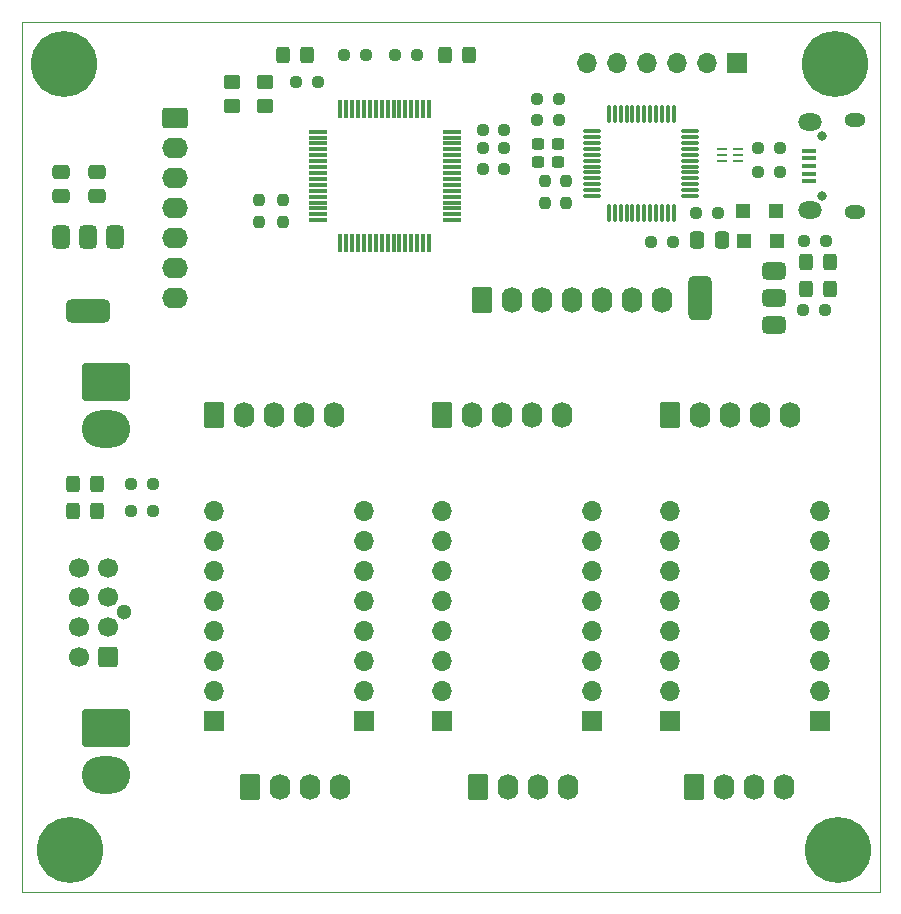
<source format=gbr>
%TF.GenerationSoftware,KiCad,Pcbnew,9.0.0*%
%TF.CreationDate,2025-03-09T13:47:22+01:00*%
%TF.ProjectId,Carte_moteur,43617274-655f-46d6-9f74-6575722e6b69,rev?*%
%TF.SameCoordinates,Original*%
%TF.FileFunction,Soldermask,Top*%
%TF.FilePolarity,Negative*%
%FSLAX46Y46*%
G04 Gerber Fmt 4.6, Leading zero omitted, Abs format (unit mm)*
G04 Created by KiCad (PCBNEW 9.0.0) date 2025-03-09 13:47:22*
%MOMM*%
%LPD*%
G01*
G04 APERTURE LIST*
G04 Aperture macros list*
%AMRoundRect*
0 Rectangle with rounded corners*
0 $1 Rounding radius*
0 $2 $3 $4 $5 $6 $7 $8 $9 X,Y pos of 4 corners*
0 Add a 4 corners polygon primitive as box body*
4,1,4,$2,$3,$4,$5,$6,$7,$8,$9,$2,$3,0*
0 Add four circle primitives for the rounded corners*
1,1,$1+$1,$2,$3*
1,1,$1+$1,$4,$5*
1,1,$1+$1,$6,$7*
1,1,$1+$1,$8,$9*
0 Add four rect primitives between the rounded corners*
20,1,$1+$1,$2,$3,$4,$5,0*
20,1,$1+$1,$4,$5,$6,$7,0*
20,1,$1+$1,$6,$7,$8,$9,0*
20,1,$1+$1,$8,$9,$2,$3,0*%
G04 Aperture macros list end*
%ADD10C,1.300000*%
%ADD11RoundRect,0.250000X0.600000X0.600000X-0.600000X0.600000X-0.600000X-0.600000X0.600000X-0.600000X0*%
%ADD12C,1.700000*%
%ADD13RoundRect,0.250000X-0.325000X-0.450000X0.325000X-0.450000X0.325000X0.450000X-0.325000X0.450000X0*%
%ADD14RoundRect,0.250000X-0.845000X0.620000X-0.845000X-0.620000X0.845000X-0.620000X0.845000X0.620000X0*%
%ADD15O,2.190000X1.740000*%
%ADD16R,1.700000X1.700000*%
%ADD17O,1.700000X1.700000*%
%ADD18RoundRect,0.237500X0.237500X-0.250000X0.237500X0.250000X-0.237500X0.250000X-0.237500X-0.250000X0*%
%ADD19RoundRect,0.237500X0.300000X0.237500X-0.300000X0.237500X-0.300000X-0.237500X0.300000X-0.237500X0*%
%ADD20RoundRect,0.237500X0.250000X0.237500X-0.250000X0.237500X-0.250000X-0.237500X0.250000X-0.237500X0*%
%ADD21RoundRect,0.250000X-0.620000X-0.845000X0.620000X-0.845000X0.620000X0.845000X-0.620000X0.845000X0*%
%ADD22O,1.740000X2.190000*%
%ADD23C,5.600000*%
%ADD24RoundRect,0.250000X-1.800000X1.330000X-1.800000X-1.330000X1.800000X-1.330000X1.800000X1.330000X0*%
%ADD25O,4.100000X3.160000*%
%ADD26RoundRect,0.237500X-0.250000X-0.237500X0.250000X-0.237500X0.250000X0.237500X-0.250000X0.237500X0*%
%ADD27R,1.200000X1.200000*%
%ADD28RoundRect,0.250000X0.337500X0.475000X-0.337500X0.475000X-0.337500X-0.475000X0.337500X-0.475000X0*%
%ADD29RoundRect,0.237500X-0.237500X0.250000X-0.237500X-0.250000X0.237500X-0.250000X0.237500X0.250000X0*%
%ADD30RoundRect,0.250000X0.475000X-0.337500X0.475000X0.337500X-0.475000X0.337500X-0.475000X-0.337500X0*%
%ADD31RoundRect,0.375000X-0.375000X0.625000X-0.375000X-0.625000X0.375000X-0.625000X0.375000X0.625000X0*%
%ADD32RoundRect,0.500000X-1.400000X0.500000X-1.400000X-0.500000X1.400000X-0.500000X1.400000X0.500000X0*%
%ADD33O,0.800000X0.800000*%
%ADD34R,1.300000X0.450000*%
%ADD35O,1.800000X1.150000*%
%ADD36O,2.000000X1.450000*%
%ADD37RoundRect,0.250000X0.450000X-0.350000X0.450000X0.350000X-0.450000X0.350000X-0.450000X-0.350000X0*%
%ADD38RoundRect,0.075000X-0.662500X-0.075000X0.662500X-0.075000X0.662500X0.075000X-0.662500X0.075000X0*%
%ADD39RoundRect,0.075000X-0.075000X-0.662500X0.075000X-0.662500X0.075000X0.662500X-0.075000X0.662500X0*%
%ADD40RoundRect,0.075000X-0.075000X0.700000X-0.075000X-0.700000X0.075000X-0.700000X0.075000X0.700000X0*%
%ADD41RoundRect,0.075000X-0.700000X0.075000X-0.700000X-0.075000X0.700000X-0.075000X0.700000X0.075000X0*%
%ADD42RoundRect,0.062500X-0.350000X-0.062500X0.350000X-0.062500X0.350000X0.062500X-0.350000X0.062500X0*%
%ADD43RoundRect,0.250000X0.325000X0.450000X-0.325000X0.450000X-0.325000X-0.450000X0.325000X-0.450000X0*%
%ADD44RoundRect,0.375000X0.625000X0.375000X-0.625000X0.375000X-0.625000X-0.375000X0.625000X-0.375000X0*%
%ADD45RoundRect,0.500000X0.500000X1.400000X-0.500000X1.400000X-0.500000X-1.400000X0.500000X-1.400000X0*%
%TA.AperFunction,Profile*%
%ADD46C,0.050000*%
%TD*%
G04 APERTURE END LIST*
D10*
%TO.C,J101*%
X84612000Y-143450000D03*
D11*
X83272000Y-147200000D03*
D12*
X83272000Y-144700000D03*
X83272000Y-142200000D03*
X83272000Y-139700000D03*
X80772000Y-147200000D03*
X80772000Y-144700000D03*
X80772000Y-142200000D03*
X80772000Y-139700000D03*
%TD*%
D13*
%TO.C,D609*%
X80255000Y-134874000D03*
X82305000Y-134874000D03*
%TD*%
D14*
%TO.C,J106*%
X88900000Y-101600000D03*
D15*
X88900000Y-104140000D03*
X88900000Y-106680000D03*
X88900000Y-109220000D03*
X88900000Y-111760000D03*
X88900000Y-114300000D03*
X88900000Y-116840000D03*
%TD*%
D16*
%TO.C,U201*%
X104902000Y-152639000D03*
D17*
X104902000Y-150099000D03*
X104902000Y-147559000D03*
X104902000Y-145019000D03*
X104902000Y-142479000D03*
X104902000Y-139939000D03*
X104902000Y-137399000D03*
X104902000Y-134859000D03*
X92202000Y-134859000D03*
X92202000Y-137399000D03*
X92202000Y-139939000D03*
X92202000Y-142479000D03*
X92202000Y-145019000D03*
X92202000Y-147559000D03*
X92202000Y-150099000D03*
D16*
X92202000Y-152639000D03*
%TD*%
D18*
%TO.C,R515*%
X98096000Y-110386500D03*
X98096000Y-108561500D03*
%TD*%
D19*
%TO.C,C609*%
X121385500Y-103816000D03*
X119660500Y-103816000D03*
%TD*%
D20*
%TO.C,R601*%
X140104500Y-104140000D03*
X138279500Y-104140000D03*
%TD*%
%TO.C,R620*%
X87018500Y-132588000D03*
X85193500Y-132588000D03*
%TD*%
D21*
%TO.C,J104*%
X114935000Y-117024000D03*
D22*
X117475000Y-117024000D03*
X120015000Y-117024000D03*
X122555000Y-117024000D03*
X125095000Y-117024000D03*
X127635000Y-117024000D03*
X130175000Y-117024000D03*
%TD*%
D20*
%TO.C,R618*%
X105052500Y-96266000D03*
X103227500Y-96266000D03*
%TD*%
D16*
%TO.C,U301*%
X124210184Y-152640513D03*
D17*
X124210184Y-150100513D03*
X124210184Y-147560513D03*
X124210184Y-145020513D03*
X124210184Y-142480513D03*
X124210184Y-139940513D03*
X124210184Y-137400513D03*
X124210184Y-134860513D03*
X111510184Y-134860513D03*
X111510184Y-137400513D03*
X111510184Y-139940513D03*
X111510184Y-142480513D03*
X111510184Y-145020513D03*
X111510184Y-147560513D03*
X111510184Y-150100513D03*
D16*
X111510184Y-152640513D03*
%TD*%
D23*
%TO.C,H101*%
X79502000Y-97028000D03*
%TD*%
D24*
%TO.C,J105*%
X83058000Y-123952000D03*
D25*
X83058000Y-127912000D03*
%TD*%
D26*
%TO.C,R617*%
X107545500Y-96266000D03*
X109370500Y-96266000D03*
%TD*%
D27*
%TO.C,D602*%
X137030000Y-109474000D03*
X139830000Y-109474000D03*
%TD*%
D21*
%TO.C,J201*%
X92202000Y-126746000D03*
D22*
X94742000Y-126746000D03*
X97282000Y-126746000D03*
X99822000Y-126746000D03*
X102362000Y-126746000D03*
%TD*%
D26*
%TO.C,R512*%
X99163500Y-98552000D03*
X100988500Y-98552000D03*
%TD*%
D21*
%TO.C,J402*%
X132842000Y-158238909D03*
D22*
X135382000Y-158238909D03*
X137922000Y-158238909D03*
X140462000Y-158238909D03*
%TD*%
D13*
%TO.C,D608*%
X80255000Y-132596000D03*
X82305000Y-132596000D03*
%TD*%
D28*
%TO.C,C601*%
X135201500Y-111944000D03*
X133126500Y-111944000D03*
%TD*%
D26*
%TO.C,R610*%
X129262500Y-112071000D03*
X131087500Y-112071000D03*
%TD*%
D23*
%TO.C,H102*%
X144780000Y-97028000D03*
%TD*%
D20*
%TO.C,R517*%
X116788500Y-104140000D03*
X114963500Y-104140000D03*
%TD*%
D21*
%TO.C,J401*%
X130810000Y-126742909D03*
D22*
X133350000Y-126742909D03*
X135890000Y-126742909D03*
X138430000Y-126742909D03*
X140970000Y-126742909D03*
%TD*%
D29*
%TO.C,R607*%
X122047000Y-106967500D03*
X122047000Y-108792500D03*
%TD*%
D13*
%TO.C,D603*%
X142358000Y-116078000D03*
X144408000Y-116078000D03*
%TD*%
D30*
%TO.C,C105*%
X82296000Y-108225500D03*
X82296000Y-106150500D03*
%TD*%
D21*
%TO.C,J301*%
X111510184Y-126747513D03*
D22*
X114050184Y-126747513D03*
X116590184Y-126747513D03*
X119130184Y-126747513D03*
X121670184Y-126747513D03*
%TD*%
D24*
%TO.C,J103*%
X83058000Y-153266000D03*
D25*
X83058000Y-157226000D03*
%TD*%
D20*
%TO.C,R614*%
X121435500Y-100006000D03*
X119610500Y-100006000D03*
%TD*%
%TO.C,R516*%
X116788500Y-102616000D03*
X114963500Y-102616000D03*
%TD*%
D31*
%TO.C,U101*%
X83834000Y-111658000D03*
X81534000Y-111658000D03*
D32*
X81534000Y-117958000D03*
D31*
X79234000Y-111658000D03*
%TD*%
D13*
%TO.C,D606*%
X98035000Y-96266000D03*
X100085000Y-96266000D03*
%TD*%
D20*
%TO.C,R602*%
X140104500Y-106172000D03*
X138279500Y-106172000D03*
%TD*%
D16*
%TO.C,U401*%
X143510000Y-152635909D03*
D17*
X143510000Y-150095909D03*
X143510000Y-147555909D03*
X143510000Y-145015909D03*
X143510000Y-142475909D03*
X143510000Y-139935909D03*
X143510000Y-137395909D03*
X143510000Y-134855909D03*
X130810000Y-134855909D03*
X130810000Y-137395909D03*
X130810000Y-139935909D03*
X130810000Y-142475909D03*
X130810000Y-145015909D03*
X130810000Y-147555909D03*
X130810000Y-150095909D03*
D16*
X130810000Y-152635909D03*
%TD*%
D20*
%TO.C,R616*%
X144041500Y-112014000D03*
X142216500Y-112014000D03*
%TD*%
D26*
%TO.C,R615*%
X142113000Y-117856000D03*
X143938000Y-117856000D03*
%TD*%
D33*
%TO.C,J602*%
X143733000Y-108169000D03*
X143733000Y-103169000D03*
D34*
X142633000Y-106969000D03*
X142633000Y-106319000D03*
X142633000Y-105669000D03*
X142633000Y-105019000D03*
X142633000Y-104369000D03*
D35*
X146483000Y-109544000D03*
D36*
X142683000Y-109394000D03*
X142683000Y-101944000D03*
D35*
X146483000Y-101794000D03*
%TD*%
D23*
%TO.C,H103*%
X80010000Y-163576000D03*
%TD*%
D18*
%TO.C,R608*%
X120269000Y-108792500D03*
X120269000Y-106967500D03*
%TD*%
D20*
%TO.C,R513*%
X116788500Y-105918000D03*
X114963500Y-105918000D03*
%TD*%
D37*
%TO.C,R519*%
X96520000Y-100568000D03*
X96520000Y-98568000D03*
%TD*%
D38*
%TO.C,U603*%
X124234500Y-102717000D03*
X124234500Y-103217000D03*
X124234500Y-103717000D03*
X124234500Y-104217000D03*
X124234500Y-104717000D03*
X124234500Y-105217000D03*
X124234500Y-105717000D03*
X124234500Y-106217000D03*
X124234500Y-106717000D03*
X124234500Y-107217000D03*
X124234500Y-107717000D03*
X124234500Y-108217000D03*
D39*
X125647000Y-109629500D03*
X126147000Y-109629500D03*
X126647000Y-109629500D03*
X127147000Y-109629500D03*
X127647000Y-109629500D03*
X128147000Y-109629500D03*
X128647000Y-109629500D03*
X129147000Y-109629500D03*
X129647000Y-109629500D03*
X130147000Y-109629500D03*
X130647000Y-109629500D03*
X131147000Y-109629500D03*
D38*
X132559500Y-108217000D03*
X132559500Y-107717000D03*
X132559500Y-107217000D03*
X132559500Y-106717000D03*
X132559500Y-106217000D03*
X132559500Y-105717000D03*
X132559500Y-105217000D03*
X132559500Y-104717000D03*
X132559500Y-104217000D03*
X132559500Y-103717000D03*
X132559500Y-103217000D03*
X132559500Y-102717000D03*
D39*
X131147000Y-101304500D03*
X130647000Y-101304500D03*
X130147000Y-101304500D03*
X129647000Y-101304500D03*
X129147000Y-101304500D03*
X128647000Y-101304500D03*
X128147000Y-101304500D03*
X127647000Y-101304500D03*
X127147000Y-101304500D03*
X126647000Y-101304500D03*
X126147000Y-101304500D03*
X125647000Y-101304500D03*
%TD*%
D40*
%TO.C,U501*%
X110421998Y-100838000D03*
X109921999Y-100838000D03*
X109421999Y-100838000D03*
X108921999Y-100838000D03*
X108421999Y-100838000D03*
X107921998Y-100838000D03*
X107421999Y-100838000D03*
X106921999Y-100838000D03*
X106421999Y-100838000D03*
X105921999Y-100838000D03*
X105422000Y-100838000D03*
X104921999Y-100838000D03*
X104421999Y-100838000D03*
X103921999Y-100838000D03*
X103421999Y-100838000D03*
X102922000Y-100838000D03*
D41*
X100996999Y-102763001D03*
X100996999Y-103263000D03*
X100996999Y-103763000D03*
X100996999Y-104263000D03*
X100996999Y-104763000D03*
X100996999Y-105263001D03*
X100996999Y-105763000D03*
X100996999Y-106263000D03*
X100996999Y-106763000D03*
X100996999Y-107263000D03*
X100996999Y-107762999D03*
X100996999Y-108263000D03*
X100996999Y-108763000D03*
X100996999Y-109263000D03*
X100996999Y-109763000D03*
X100996999Y-110262999D03*
D40*
X102922000Y-112188000D03*
X103421999Y-112188000D03*
X103921999Y-112188000D03*
X104421999Y-112188000D03*
X104921999Y-112188000D03*
X105422000Y-112188000D03*
X105921999Y-112188000D03*
X106421999Y-112188000D03*
X106921999Y-112188000D03*
X107421999Y-112188000D03*
X107921998Y-112188000D03*
X108421999Y-112188000D03*
X108921999Y-112188000D03*
X109421999Y-112188000D03*
X109921999Y-112188000D03*
X110421998Y-112188000D03*
D41*
X112346999Y-110262999D03*
X112346999Y-109763000D03*
X112346999Y-109263000D03*
X112346999Y-108763000D03*
X112346999Y-108263000D03*
X112346999Y-107762999D03*
X112346999Y-107263000D03*
X112346999Y-106763000D03*
X112346999Y-106263000D03*
X112346999Y-105763000D03*
X112346999Y-105263001D03*
X112346999Y-104763000D03*
X112346999Y-104263000D03*
X112346999Y-103763000D03*
X112346999Y-103263000D03*
X112346999Y-102763001D03*
%TD*%
D42*
%TO.C,U601*%
X135202500Y-104205000D03*
X135202500Y-104705000D03*
X135202500Y-105205000D03*
X136577500Y-105205000D03*
X136577500Y-104705000D03*
X136577500Y-104205000D03*
%TD*%
D16*
%TO.C,J601*%
X136525000Y-96958000D03*
D17*
X133985000Y-96958000D03*
X131445000Y-96958000D03*
X128905000Y-96958000D03*
X126365000Y-96958000D03*
X123825000Y-96958000D03*
%TD*%
D20*
%TO.C,R613*%
X121435500Y-101784000D03*
X119610500Y-101784000D03*
%TD*%
D18*
%TO.C,R514*%
X96064000Y-110386500D03*
X96064000Y-108561500D03*
%TD*%
D43*
%TO.C,D605*%
X113801000Y-96266000D03*
X111751000Y-96266000D03*
%TD*%
D23*
%TO.C,H104*%
X145034000Y-163576000D03*
%TD*%
D27*
%TO.C,D601*%
X137082000Y-112014000D03*
X139882000Y-112014000D03*
%TD*%
D43*
%TO.C,D604*%
X144408000Y-113792000D03*
X142358000Y-113792000D03*
%TD*%
D20*
%TO.C,R621*%
X87018500Y-134874000D03*
X85193500Y-134874000D03*
%TD*%
D37*
%TO.C,R518*%
X93726000Y-100568000D03*
X93726000Y-98568000D03*
%TD*%
D20*
%TO.C,R611*%
X134897500Y-109658000D03*
X133072500Y-109658000D03*
%TD*%
D21*
%TO.C,J302*%
X114558184Y-158243513D03*
D22*
X117098184Y-158243513D03*
X119638184Y-158243513D03*
X122178184Y-158243513D03*
%TD*%
D19*
%TO.C,C608*%
X121385500Y-105340000D03*
X119660500Y-105340000D03*
%TD*%
D44*
%TO.C,U602*%
X139675000Y-119126000D03*
X139675000Y-116826000D03*
D45*
X133375000Y-116826000D03*
D44*
X139675000Y-114526000D03*
%TD*%
D30*
%TO.C,C103*%
X79248000Y-108225500D03*
X79248000Y-106150500D03*
%TD*%
D21*
%TO.C,J202*%
X95250000Y-158242000D03*
D22*
X97790000Y-158242000D03*
X100330000Y-158242000D03*
X102870000Y-158242000D03*
%TD*%
D46*
X75946000Y-93472000D02*
X148590000Y-93472000D01*
X148590000Y-167132000D01*
X75946000Y-167132000D01*
X75946000Y-93472000D01*
M02*

</source>
